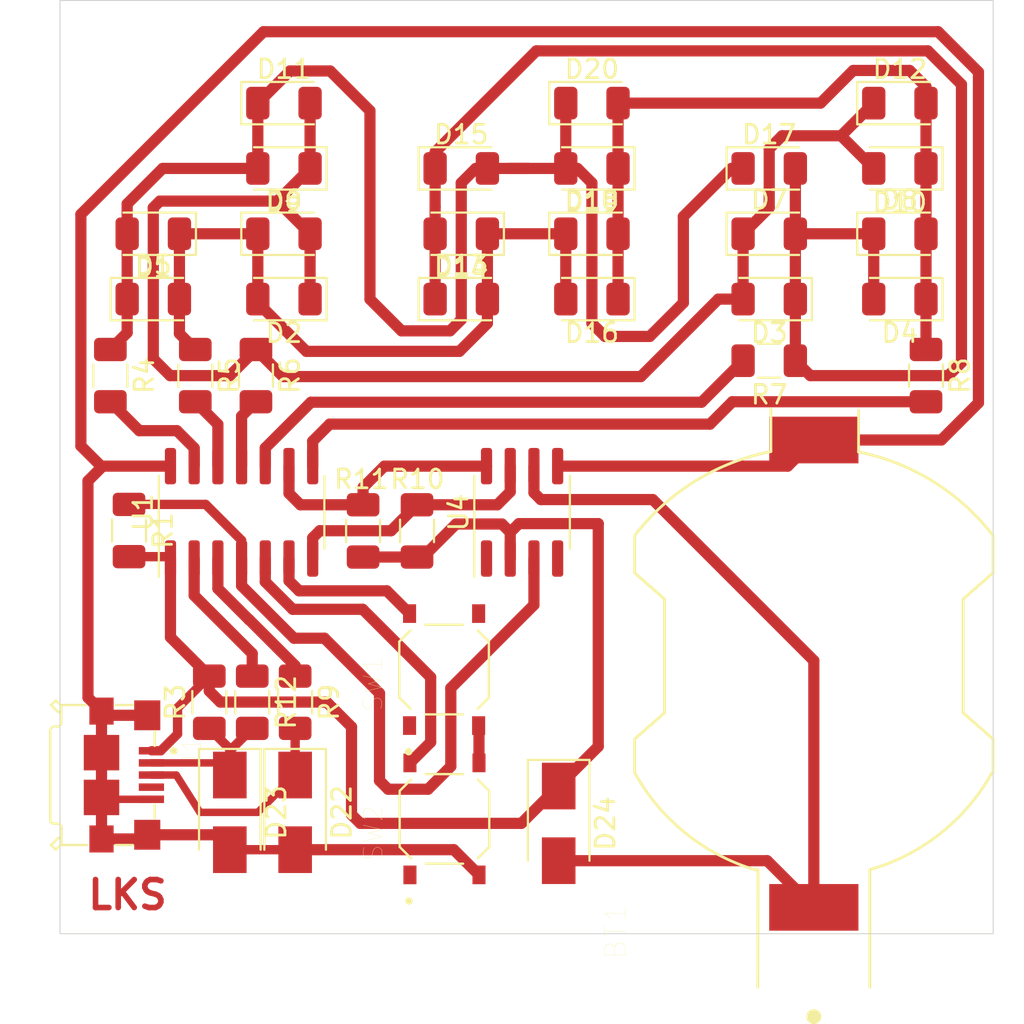
<source format=kicad_pcb>
(kicad_pcb (version 20211014) (generator pcbnew)
  (layers (0 "F.Cu" signal) (31 "B.Cu" signal) (34 "B.Paste" user) (35 "F.Paste" user) (36 "B.SilkS" user "B.Silkscreen") (37 "F.SilkS" user "F.Silkscreen") (38 "B.Mask" user) (39 "F.Mask" user) (44 "Edge.Cuts" user))
  (net 0 "")
  (net 1 "Net-(D1-Pad2)")
  (net 2 "Net-(D1-Pad1)")
  (net 3 "Net-(D10-Pad2)")
  (net 4 "Net-(D13-Pad1)")
  (net 5 "Net-(D10-Pad1)")
  (net 6 "GND")
  (net 7 "VCC")
  (net 8 "/SCK")
  (net 9 "/MOSI")
  (net 10 "/MISO")
  (net 11 "/Reset")
  (net 12 "/P1")
  (net 13 "/P2")
  (net 14 "/P3")
  (net 15 "/P4")
  (net 16 "/VBAT")
  (net 17 "/D-")
  (net 18 "/D+")
  (net 19 "Net-(U4-Pad4)")
  (net 20 "Net-(U4-Pad1)")
  (net 21 "Net-(D22-Pad1)")
  (net 22 "Net-(D23-Pad1)")
  (net 23 "Net-(J1-Pad4)")
  (net 24 "Net-(SW1-Pad1)")
  (net 25 "Net-(SW2-Pad1)")
  (footprint "LED_SMD:LED_1206_3216Metric" (layer "F.Cu") (at 39.5 39.5 180)
    (fp_text reference "D1" (at 0 -1.82) (layer "F.SilkS"))
    (fp_text value "LED")
    (pad "1" smd roundrect locked (at -1.4 0 180) (size 1.25 1.75) (layers "F.Cu" "F.Paste" "F.Mask") (roundrect_rratio 0.2) (net 2 "Net-(D1-Pad1)"))
    (pad "2" smd roundrect locked (at 1.4 0 180) (size 1.25 1.75) (layers "F.Cu" "F.Paste" "F.Mask") (roundrect_rratio 0.2) (net 1 "Net-(D1-Pad2)"))
  )
  (footprint "LED_SMD:LED_1206_3216Metric" (layer "F.Cu") (at 46.5 43 180)
    (fp_text reference "D2" (at 0 -1.82) (layer "F.SilkS"))
    (fp_text value "LED")
    (pad "1" smd roundrect locked (at -1.4 0 180) (size 1.25 1.75) (layers "F.Cu" "F.Paste" "F.Mask") (roundrect_rratio 0.2) (net 3 "Net-(D10-Pad2)"))
    (pad "2" smd roundrect locked (at 1.4 0 180) (size 1.25 1.75) (layers "F.Cu" "F.Paste" "F.Mask") (roundrect_rratio 0.2) (net 2 "Net-(D1-Pad1)"))
  )
  (footprint "LED_SMD:LED_1206_3216Metric" (layer "F.Cu") (at 72.5 43 180)
    (fp_text reference "D3" (at 0 -1.82) (layer "F.SilkS"))
    (fp_text value "LED")
    (pad "1" smd roundrect locked (at -1.4 0 180) (size 1.25 1.75) (layers "F.Cu" "F.Paste" "F.Mask") (roundrect_rratio 0.2) (net 4 "Net-(D13-Pad1)"))
    (pad "2" smd roundrect locked (at 1.4 0 180) (size 1.25 1.75) (layers "F.Cu" "F.Paste" "F.Mask") (roundrect_rratio 0.2) (net 3 "Net-(D10-Pad2)"))
  )
  (footprint "LED_SMD:LED_1206_3216Metric" (layer "F.Cu") (at 79.5 43 180)
    (fp_text reference "D4" (at 0 -1.82) (layer "F.SilkS"))
    (fp_text value "LED")
    (pad "1" smd roundrect locked (at -1.4 0 180) (size 1.25 1.75) (layers "F.Cu" "F.Paste" "F.Mask") (roundrect_rratio 0.2) (net 5 "Net-(D10-Pad1)"))
    (pad "2" smd roundrect locked (at 1.4 0 180) (size 1.25 1.75) (layers "F.Cu" "F.Paste" "F.Mask") (roundrect_rratio 0.2) (net 4 "Net-(D13-Pad1)"))
  )
  (footprint "LED_SMD:LED_1206_3216Metric" (layer "F.Cu") (at 39.5 43)
    (fp_text reference "D5" (at 0 -1.82) (layer "F.SilkS"))
    (fp_text value "LED")
    (pad "1" smd roundrect locked (at -1.4 0) (size 1.25 1.75) (layers "F.Cu" "F.Paste" "F.Mask") (roundrect_rratio 0.2) (net 1 "Net-(D1-Pad2)"))
    (pad "2" smd roundrect locked (at 1.4 0) (size 1.25 1.75) (layers "F.Cu" "F.Paste" "F.Mask") (roundrect_rratio 0.2) (net 2 "Net-(D1-Pad1)"))
  )
  (footprint "LED_SMD:LED_1206_3216Metric" (layer "F.Cu") (at 46.5 39.5)
    (fp_text reference "D6" (at 0 -1.82) (layer "F.SilkS"))
    (fp_text value "LED")
    (pad "1" smd roundrect locked (at -1.4 0) (size 1.25 1.75) (layers "F.Cu" "F.Paste" "F.Mask") (roundrect_rratio 0.2) (net 2 "Net-(D1-Pad1)"))
    (pad "2" smd roundrect locked (at 1.4 0) (size 1.25 1.75) (layers "F.Cu" "F.Paste" "F.Mask") (roundrect_rratio 0.2) (net 3 "Net-(D10-Pad2)"))
  )
  (footprint "LED_SMD:LED_1206_3216Metric" (layer "F.Cu") (at 72.5 39.5)
    (fp_text reference "D7" (at 0 -1.82) (layer "F.SilkS"))
    (fp_text value "LED")
    (pad "1" smd roundrect locked (at -1.4 0) (size 1.25 1.75) (layers "F.Cu" "F.Paste" "F.Mask") (roundrect_rratio 0.2) (net 3 "Net-(D10-Pad2)"))
    (pad "2" smd roundrect locked (at 1.4 0) (size 1.25 1.75) (layers "F.Cu" "F.Paste" "F.Mask") (roundrect_rratio 0.2) (net 4 "Net-(D13-Pad1)"))
  )
  (footprint "LED_SMD:LED_1206_3216Metric" (layer "F.Cu") (at 79.5 39.5)
    (fp_text reference "D8" (at 0 -1.82) (layer "F.SilkS"))
    (fp_text value "LED")
    (pad "1" smd roundrect locked (at -1.4 0) (size 1.25 1.75) (layers "F.Cu" "F.Paste" "F.Mask") (roundrect_rratio 0.2) (net 4 "Net-(D13-Pad1)"))
    (pad "2" smd roundrect locked (at 1.4 0) (size 1.25 1.75) (layers "F.Cu" "F.Paste" "F.Mask") (roundrect_rratio 0.2) (net 5 "Net-(D10-Pad1)"))
  )
  (footprint "LED_SMD:LED_1206_3216Metric" (layer "F.Cu") (at 46.5 36 180)
    (fp_text reference "D9" (at 0 -1.82) (layer "F.SilkS"))
    (fp_text value "LED")
    (pad "1" smd roundrect locked (at -1.4 0 180) (size 1.25 1.75) (layers "F.Cu" "F.Paste" "F.Mask") (roundrect_rratio 0.2) (net 3 "Net-(D10-Pad2)"))
    (pad "2" smd roundrect locked (at 1.4 0 180) (size 1.25 1.75) (layers "F.Cu" "F.Paste" "F.Mask") (roundrect_rratio 0.2) (net 1 "Net-(D1-Pad2)"))
  )
  (footprint "LED_SMD:LED_1206_3216Metric" (layer "F.Cu") (at 79.5 36 180)
    (fp_text reference "D10" (at 0 -1.82) (layer "F.SilkS"))
    (fp_text value "LED")
    (pad "1" smd roundrect locked (at -1.4 0 180) (size 1.25 1.75) (layers "F.Cu" "F.Paste" "F.Mask") (roundrect_rratio 0.2) (net 5 "Net-(D10-Pad1)"))
    (pad "2" smd roundrect locked (at 1.4 0 180) (size 1.25 1.75) (layers "F.Cu" "F.Paste" "F.Mask") (roundrect_rratio 0.2) (net 3 "Net-(D10-Pad2)"))
  )
  (footprint "LED_SMD:LED_1206_3216Metric" (layer "F.Cu") (at 46.5 32.5)
    (fp_text reference "D11" (at 0 -1.82) (layer "F.SilkS"))
    (fp_text value "LED")
    (pad "1" smd roundrect locked (at -1.4 0) (size 1.25 1.75) (layers "F.Cu" "F.Paste" "F.Mask") (roundrect_rratio 0.2) (net 1 "Net-(D1-Pad2)"))
    (pad "2" smd roundrect locked (at 1.4 0) (size 1.25 1.75) (layers "F.Cu" "F.Paste" "F.Mask") (roundrect_rratio 0.2) (net 3 "Net-(D10-Pad2)"))
  )
  (footprint "LED_SMD:LED_1206_3216Metric" (layer "F.Cu") (at 79.5 32.5)
    (fp_text reference "D12" (at 0 -1.82) (layer "F.SilkS"))
    (fp_text value "LED")
    (pad "1" smd roundrect locked (at -1.4 0) (size 1.25 1.75) (layers "F.Cu" "F.Paste" "F.Mask") (roundrect_rratio 0.2) (net 3 "Net-(D10-Pad2)"))
    (pad "2" smd roundrect locked (at 1.4 0) (size 1.25 1.75) (layers "F.Cu" "F.Paste" "F.Mask") (roundrect_rratio 0.2) (net 5 "Net-(D10-Pad1)"))
  )
  (footprint "LED_SMD:LED_1206_3216Metric" (layer "F.Cu") (at 56 43)
    (fp_text reference "D13" (at 0 -1.82) (layer "F.SilkS"))
    (fp_text value "LED")
    (pad "1" smd roundrect locked (at -1.4 0) (size 1.25 1.75) (layers "F.Cu" "F.Paste" "F.Mask") (roundrect_rratio 0.2) (net 4 "Net-(D13-Pad1)"))
    (pad "2" smd roundrect locked (at 1.4 0) (size 1.25 1.75) (layers "F.Cu" "F.Paste" "F.Mask") (roundrect_rratio 0.2) (net 2 "Net-(D1-Pad1)"))
  )
  (footprint "LED_SMD:LED_1206_3216Metric" (layer "F.Cu") (at 56 39.5 180)
    (fp_text reference "D14" (at 0 -1.82) (layer "F.SilkS"))
    (fp_text value "LED")
    (pad "1" smd roundrect locked (at -1.4 0 180) (size 1.25 1.75) (layers "F.Cu" "F.Paste" "F.Mask") (roundrect_rratio 0.2) (net 2 "Net-(D1-Pad1)"))
    (pad "2" smd roundrect locked (at 1.4 0 180) (size 1.25 1.75) (layers "F.Cu" "F.Paste" "F.Mask") (roundrect_rratio 0.2) (net 4 "Net-(D13-Pad1)"))
  )
  (footprint "LED_SMD:LED_1206_3216Metric" (layer "F.Cu") (at 56 36)
    (fp_text reference "D15" (at 0 -1.82) (layer "F.SilkS"))
    (fp_text value "LED")
    (pad "1" smd roundrect locked (at -1.4 0) (size 1.25 1.75) (layers "F.Cu" "F.Paste" "F.Mask") (roundrect_rratio 0.2) (net 4 "Net-(D13-Pad1)"))
    (pad "2" smd roundrect locked (at 1.4 0) (size 1.25 1.75) (layers "F.Cu" "F.Paste" "F.Mask") (roundrect_rratio 0.2) (net 1 "Net-(D1-Pad2)"))
  )
  (footprint "LED_SMD:LED_1206_3216Metric" (layer "F.Cu") (at 63 43 180)
    (fp_text reference "D16" (at 0 -1.82) (layer "F.SilkS"))
    (fp_text value "LED")
    (pad "1" smd roundrect locked (at -1.4 0 180) (size 1.25 1.75) (layers "F.Cu" "F.Paste" "F.Mask") (roundrect_rratio 0.2) (net 5 "Net-(D10-Pad1)"))
    (pad "2" smd roundrect locked (at 1.4 0 180) (size 1.25 1.75) (layers "F.Cu" "F.Paste" "F.Mask") (roundrect_rratio 0.2) (net 2 "Net-(D1-Pad1)"))
  )
  (footprint "LED_SMD:LED_1206_3216Metric" (layer "F.Cu") (at 72.5 36)
    (fp_text reference "D17" (at 0 -1.82) (layer "F.SilkS"))
    (fp_text value "LED")
    (pad "1" smd roundrect locked (at -1.4 0) (size 1.25 1.75) (layers "F.Cu" "F.Paste" "F.Mask") (roundrect_rratio 0.2) (net 1 "Net-(D1-Pad2)"))
    (pad "2" smd roundrect locked (at 1.4 0) (size 1.25 1.75) (layers "F.Cu" "F.Paste" "F.Mask") (roundrect_rratio 0.2) (net 4 "Net-(D13-Pad1)"))
  )
  (footprint "LED_SMD:LED_1206_3216Metric" (layer "F.Cu") (at 63 39.5)
    (fp_text reference "D18" (at 0 -1.82) (layer "F.SilkS"))
    (fp_text value "LED")
    (pad "1" smd roundrect locked (at -1.4 0) (size 1.25 1.75) (layers "F.Cu" "F.Paste" "F.Mask") (roundrect_rratio 0.2) (net 2 "Net-(D1-Pad1)"))
    (pad "2" smd roundrect locked (at 1.4 0) (size 1.25 1.75) (layers "F.Cu" "F.Paste" "F.Mask") (roundrect_rratio 0.2) (net 5 "Net-(D10-Pad1)"))
  )
  (footprint "LED_SMD:LED_1206_3216Metric" (layer "F.Cu") (at 63 36 180)
    (fp_text reference "D19" (at 0 -1.82) (layer "F.SilkS"))
    (fp_text value "LED")
    (pad "1" smd roundrect locked (at -1.4 0 180) (size 1.25 1.75) (layers "F.Cu" "F.Paste" "F.Mask") (roundrect_rratio 0.2) (net 5 "Net-(D10-Pad1)"))
    (pad "2" smd roundrect locked (at 1.4 0 180) (size 1.25 1.75) (layers "F.Cu" "F.Paste" "F.Mask") (roundrect_rratio 0.2) (net 1 "Net-(D1-Pad2)"))
  )
  (footprint "LED_SMD:LED_1206_3216Metric" (layer "F.Cu") (at 63 32.5)
    (fp_text reference "D20" (at 0 -1.82) (layer "F.SilkS"))
    (fp_text value "LED")
    (pad "1" smd roundrect locked (at -1.4 0) (size 1.25 1.75) (layers "F.Cu" "F.Paste" "F.Mask") (roundrect_rratio 0.2) (net 1 "Net-(D1-Pad2)"))
    (pad "2" smd roundrect locked (at 1.4 0) (size 1.25 1.75) (layers "F.Cu" "F.Paste" "F.Mask") (roundrect_rratio 0.2) (net 5 "Net-(D10-Pad1)"))
  )
  (footprint "Resistor_SMD:R_1206_3216Metric" (layer "F.Cu") (at 37.2 47.1 -90)
    (fp_text reference "R4" (at 0 -1.82 90) (layer "F.SilkS"))
    (fp_text value "330")
    (pad "1" smd roundrect locked (at -1.4 0 270) (size 1.25 1.75) (layers "F.Cu" "F.Paste" "F.Mask") (roundrect_rratio 0.2) (net 1 "Net-(D1-Pad2)"))
    (pad "2" smd roundrect locked (at 1.4 0 270) (size 1.25 1.75) (layers "F.Cu" "F.Paste" "F.Mask") (roundrect_rratio 0.2) (net 12 "/P1"))
  )
  (footprint "Resistor_SMD:R_1206_3216Metric" (layer "F.Cu") (at 41.75 47.1 -90)
    (fp_text reference "R5" (at 0 -1.82 90) (layer "F.SilkS"))
    (fp_text value "330")
    (pad "1" smd roundrect locked (at -1.4 0 270) (size 1.25 1.75) (layers "F.Cu" "F.Paste" "F.Mask") (roundrect_rratio 0.2) (net 2 "Net-(D1-Pad1)"))
    (pad "2" smd roundrect locked (at 1.4 0 270) (size 1.25 1.75) (layers "F.Cu" "F.Paste" "F.Mask") (roundrect_rratio 0.2) (net 13 "/P2"))
  )
  (footprint "Resistor_SMD:R_1206_3216Metric" (layer "F.Cu") (at 45 47.1 -90)
    (fp_text reference "R6" (at 0 -1.82 90) (layer "F.SilkS"))
    (fp_text value "330")
    (pad "1" smd roundrect locked (at -1.4 0 270) (size 1.25 1.75) (layers "F.Cu" "F.Paste" "F.Mask") (roundrect_rratio 0.2) (net 3 "Net-(D10-Pad2)"))
    (pad "2" smd roundrect locked (at 1.4 0 270) (size 1.25 1.75) (layers "F.Cu" "F.Paste" "F.Mask") (roundrect_rratio 0.2) (net 14 "/P3"))
  )
  (footprint "Resistor_SMD:R_1206_3216Metric" (layer "F.Cu") (at 72.5 46.3 180)
    (fp_text reference "R7" (at 0 -1.82) (layer "F.SilkS"))
    (fp_text value "330")
    (pad "1" smd roundrect locked (at -1.4 0 180) (size 1.25 1.75) (layers "F.Cu" "F.Paste" "F.Mask") (roundrect_rratio 0.2) (net 4 "Net-(D13-Pad1)"))
    (pad "2" smd roundrect locked (at 1.4 0 180) (size 1.25 1.75) (layers "F.Cu" "F.Paste" "F.Mask") (roundrect_rratio 0.2) (net 15 "/P4"))
  )
  (footprint "Resistor_SMD:R_1206_3216Metric" (layer "F.Cu") (at 80.9 47.1 -90)
    (fp_text reference "R8" (at 0 -1.82 90) (layer "F.SilkS"))
    (fp_text value "330")
    (pad "1" smd roundrect locked (at -1.4 0 270) (size 1.25 1.75) (layers "F.Cu" "F.Paste" "F.Mask") (roundrect_rratio 0.2) (net 5 "Net-(D10-Pad1)"))
    (pad "2" smd roundrect locked (at 1.4 0 270) (size 1.25 1.75) (layers "F.Cu" "F.Paste" "F.Mask") (roundrect_rratio 0.2) (net 10 "/MISO"))
  )
  (footprint "Resistor_SMD:R_1206_3216Metric" (layer "F.Cu") (at 38.2 55.4 -90)
    (fp_text reference "R1" (at 0 -1.82 90) (layer "F.SilkS"))
    (fp_text value "100k")
    (pad "1" smd roundrect locked (at -1.4 0 270) (size 1.25 1.75) (layers "F.Cu" "F.Paste" "F.Mask") (roundrect_rratio 0.2) (net 11 "/Reset"))
    (pad "2" smd roundrect locked (at 1.4 0 270) (size 1.25 1.75) (layers "F.Cu" "F.Paste" "F.Mask") (roundrect_rratio 0.2) (net 7 "VCC"))
  )
  (footprint "Package_SO:SOIC-14_3.9x8.7mm_P1.27mm" (layer "F.Cu") (at 44.23 54.425 90)
    (fp_text reference "U1" (at 0 -5.28 90) (layer "F.SilkS"))
    (fp_text value "ATtiny84-20SSU")
    (pad "1" smd roundrect locked (at -2.475 -3.81 90) (size 1.95 0.6) (layers "F.Cu" "F.Paste" "F.Mask") (net 7 "VCC"))
    (pad "2" smd roundrect locked (at -2.475 -2.54 90) (size 1.95 0.6) (layers "F.Cu" "F.Paste" "F.Mask") (net 17 "/D-"))
    (pad "3" smd roundrect locked (at -2.475 -1.27 90) (size 1.95 0.6) (layers "F.Cu" "F.Paste" "F.Mask") (net 18 "/D+"))
    (pad "4" smd roundrect locked (at -2.475 0 90) (size 1.95 0.6) (layers "F.Cu" "F.Paste" "F.Mask") (net 11 "/Reset"))
    (pad "5" smd roundrect locked (at -2.475 1.27 90) (size 1.95 0.6) (layers "F.Cu" "F.Paste" "F.Mask") (net 25 "Net-(SW2-Pad1)"))
    (pad "6" smd roundrect locked (at -2.475 2.54 90) (size 1.95 0.6) (layers "F.Cu" "F.Paste" "F.Mask") (net 24 "Net-(SW1-Pad1)"))
    (pad "7" smd roundrect locked (at -2.475 3.81 90) (size 1.95 0.6) (layers "F.Cu" "F.Paste" "F.Mask") (net 9 "/MOSI"))
    (pad "8" smd roundrect locked (at 2.475 3.81 90) (size 1.95 0.6) (layers "F.Cu" "F.Paste" "F.Mask") (net 10 "/MISO"))
    (pad "9" smd roundrect locked (at 2.475 2.54 90) (size 1.95 0.6) (layers "F.Cu" "F.Paste" "F.Mask") (net 8 "/SCK"))
    (pad "10" smd roundrect locked (at 2.475 1.27 90) (size 1.95 0.6) (layers "F.Cu" "F.Paste" "F.Mask") (net 15 "/P4"))
    (pad "11" smd roundrect locked (at 2.475 0 90) (size 1.95 0.6) (layers "F.Cu" "F.Paste" "F.Mask") (net 14 "/P3"))
    (pad "12" smd roundrect locked (at 2.475 -1.27 90) (size 1.95 0.6) (layers "F.Cu" "F.Paste" "F.Mask") (net 13 "/P2"))
    (pad "13" smd roundrect locked (at 2.475 -2.54 90) (size 1.95 0.6) (layers "F.Cu" "F.Paste" "F.Mask") (net 12 "/P1"))
    (pad "14" smd roundrect locked (at 2.475 -3.81 90) (size 1.95 0.6) (layers "F.Cu" "F.Paste" "F.Mask") (net 6 "GND"))
  )
  (footprint "Resistor_SMD:R_1206_3216Metric" (layer "F.Cu") (at 53.63 55.42 90)
    (fp_text reference "R10" (at 2.766 0.022 180) (layer "F.SilkS"))
    (fp_text value "4,7k")
    (pad "1" smd roundrect locked (at -1.4 0 90) (size 1.25 1.75) (layers "F.Cu" "F.Paste" "F.Mask") (roundrect_rratio 0.2) (net 7 "VCC"))
    (pad "2" smd roundrect locked (at 1.4 0 90) (size 1.25 1.75) (layers "F.Cu" "F.Paste" "F.Mask") (roundrect_rratio 0.2) (net 9 "/MOSI"))
  )
  (footprint "Resistor_SMD:R_1206_3216Metric" (layer "F.Cu") (at 50.74 55.42 90)
    (fp_text reference "R11" (at 2.766 -0.098 180) (layer "F.SilkS"))
    (fp_text value "4,7k")
    (pad "1" smd roundrect locked (at -1.4 0 90) (size 1.25 1.75) (layers "F.Cu" "F.Paste" "F.Mask") (roundrect_rratio 0.2) (net 7 "VCC"))
    (pad "2" smd roundrect locked (at 1.4 0 90) (size 1.25 1.75) (layers "F.Cu" "F.Paste" "F.Mask") (roundrect_rratio 0.2) (net 8 "/SCK"))
  )
  (footprint "Package_SO:SOIC-8_3.9x4.9mm_P1.27mm" (layer "F.Cu") (at 59.259 54.425 90)
    (fp_text reference "U4" (at 0 -3.4 90) (layer "F.SilkS"))
    (fp_text value "DS3231MZ")
    (pad "1" smd roundrect locked (at -2.475 -1.905 90) (size 1.95 0.6) (layers "F.Cu" "F.Paste" "F.Mask") (net 20 "Net-(U4-Pad1)"))
    (pad "2" smd roundrect locked (at -2.475 -0.635 90) (size 1.95 0.6) (layers "F.Cu" "F.Paste" "F.Mask") (net 7 "VCC"))
    (pad "3" smd roundrect locked (at -2.475 0.635 90) (size 1.95 0.6) (layers "F.Cu" "F.Paste" "F.Mask") (net 11 "/Reset"))
    (pad "4" smd roundrect locked (at -2.475 1.905 90) (size 1.95 0.6) (layers "F.Cu" "F.Paste" "F.Mask") (net 19 "Net-(U4-Pad4)"))
    (pad "5" smd roundrect locked (at 2.475 1.905 90) (size 1.95 0.6) (layers "F.Cu" "F.Paste" "F.Mask") (net 6 "GND"))
    (pad "6" smd roundrect locked (at 2.475 0.635 90) (size 1.95 0.6) (layers "F.Cu" "F.Paste" "F.Mask") (net 16 "/VBAT"))
    (pad "7" smd roundrect locked (at 2.475 -0.635 90) (size 1.95 0.6) (layers "F.Cu" "F.Paste" "F.Mask") (net 9 "/MOSI"))
    (pad "8" smd roundrect locked (at 2.475 -1.905 90) (size 1.95 0.6) (layers "F.Cu" "F.Paste" "F.Mask") (net 8 "/SCK"))
  )
  (footprint "Diode_SMD:D_SMA" (layer "F.Cu") (at 47.1 70.5 -90)
    (fp_text reference "D22" (at 0 -2.5 90) (layer "F.SilkS"))
    (fp_text value "3.6v_Zener")
    (pad "1" smd rect locked (at -2 0 270) (size 2.5 1.8) (layers "F.Cu" "F.Paste" "F.Mask") (net 21 "Net-(D22-Pad1)"))
    (pad "2" smd rect locked (at 2 0 270) (size 2.5 1.8) (layers "F.Cu" "F.Paste" "F.Mask") (net 6 "GND"))
  )
  (footprint "Diode_SMD:D_SMA" (layer "F.Cu") (at 43.6 70.5 -90)
    (fp_text reference "D23" (at 0 -2.5 90) (layer "F.SilkS"))
    (fp_text value "3.6v_Zener")
    (pad "1" smd rect locked (at -2 0 270) (size 2.5 1.8) (layers "F.Cu" "F.Paste" "F.Mask") (net 22 "Net-(D23-Pad1)"))
    (pad "2" smd rect locked (at 2 0 270) (size 2.5 1.8) (layers "F.Cu" "F.Paste" "F.Mask") (net 6 "GND"))
  )
  (footprint "Resistor_SMD:R_1206_3216Metric" (layer "F.Cu") (at 42.5 64.6 90)
    (fp_text reference "R3" (at 0 -1.82 90) (layer "F.SilkS"))
    (fp_text value "1k5")
    (pad "1" smd roundrect locked (at -1.4 0 90) (size 1.25 1.75) (layers "F.Cu" "F.Paste" "F.Mask") (roundrect_rratio 0.2) (net 22 "Net-(D23-Pad1)"))
    (pad "2" smd roundrect locked (at 1.4 0 90) (size 1.25 1.75) (layers "F.Cu" "F.Paste" "F.Mask") (roundrect_rratio 0.2) (net 7 "VCC"))
  )
  (footprint "Resistor_SMD:R_1206_3216Metric" (layer "F.Cu") (at 47.1 64.6 -90)
    (fp_text reference "R9" (at 0 -1.82 90) (layer "F.SilkS"))
    (fp_text value "68")
    (pad "1" smd roundrect locked (at -1.4 0 270) (size 1.25 1.75) (layers "F.Cu" "F.Paste" "F.Mask") (roundrect_rratio 0.2) (net 18 "/D+"))
    (pad "2" smd roundrect locked (at 1.4 0 270) (size 1.25 1.75) (layers "F.Cu" "F.Paste" "F.Mask") (roundrect_rratio 0.2) (net 21 "Net-(D22-Pad1)"))
  )
  (footprint "Resistor_SMD:R_1206_3216Metric" (layer "F.Cu") (at 44.8 64.6 -90)
    (fp_text reference "R12" (at 0 -1.82 90) (layer "F.SilkS"))
    (fp_text value "68")
    (pad "1" smd roundrect locked (at -1.4 0 270) (size 1.25 1.75) (layers "F.Cu" "F.Paste" "F.Mask") (roundrect_rratio 0.2) (net 17 "/D-"))
    (pad "2" smd roundrect locked (at 1.4 0 270) (size 1.25 1.75) (layers "F.Cu" "F.Paste" "F.Mask") (roundrect_rratio 0.2) (net 22 "Net-(D23-Pad1)"))
  )
  (footprint "Librerias:SW_PTS526_SM08_SMTR2_LFS" (layer "F.Cu") (at 55.08 62.85 90)
    (fp_text reference "SW1" (at -0.762 -3.81 90) (layer "F.SilkS") (effects (font (thickness 0.015))))
    (fp_text value "SET")
    (pad "1" smd rect locked (at -3 -1.85 90) (size 1 0.7) (layers "F.Cu" "F.Paste" "F.Mask") (net 24 "Net-(SW1-Pad1)"))
    (pad "1" smd rect locked (at 3 -1.85 90) (size 1 0.7) (layers "F.Cu" "F.Paste" "F.Mask") (net 24 "Net-(SW1-Pad1)"))
    (pad "2" smd rect locked (at -3 1.85 90) (size 1 0.7) (layers "F.Cu" "F.Paste" "F.Mask") (net 6 "GND"))
    (pad "2" smd rect locked (at 3 1.85 90) (size 1 0.7) (layers "F.Cu" "F.Paste" "F.Mask") (net 6 "GND"))
  )
  (footprint "Librerias:SW_PTS526_SM08_SMTR2_LFS" (layer "F.Cu") (at 55.1 70.85 90)
    (fp_text reference "SW2" (at -0.762 -3.81 90) (layer "F.SilkS") (effects (font (thickness 0.015))))
    (fp_text value "SW_Push")
    (pad "1" smd rect locked (at 3 -1.85 90) (size 1 0.7) (layers "F.Cu" "F.Paste" "F.Mask") (net 25 "Net-(SW2-Pad1)"))
    (pad "1" smd rect locked (at -3 -1.85 90) (size 1 0.7) (layers "F.Cu" "F.Paste" "F.Mask") (net 25 "Net-(SW2-Pad1)"))
    (pad "2" smd rect locked (at -3 1.85 90) (size 1 0.7) (layers "F.Cu" "F.Paste" "F.Mask") (net 6 "GND"))
    (pad "2" smd rect locked (at 3 1.85 90) (size 1 0.7) (layers "F.Cu" "F.Paste" "F.Mask") (net 6 "GND"))
  )
  (footprint "Librerias:TE_1981568-1" (layer "F.Cu") (at 36.725 68.5 -90)
    (fp_text reference "J1" (at -1.25587 -4.83341 90) (layer "F.SilkS") (effects (font (size 1.000709 1.000709) (thickness 0.015))))
    (fp_text value "USB_B_Micro")
    (pad "1" smd rect locked (at -1.3 -2.675 270) (size 0.4 1.35) (layers "F.Cu" "F.Paste" "F.Mask") (net 7 "VCC"))
    (pad "2" smd rect locked (at -0.65 -2.675 270) (size 0.4 1.35) (layers "F.Cu" "F.Paste" "F.Mask") (net 22 "Net-(D23-Pad1)"))
    (pad "3" smd rect locked (at 0 -2.675 270) (size 0.4 1.35) (layers "F.Cu" "F.Paste" "F.Mask") (net 21 "Net-(D22-Pad1)"))
    (pad "4" smd rect locked (at 0.65 -2.675 270) (size 0.4 1.35) (layers "F.Cu" "F.Paste" "F.Mask") (net 23 "Net-(J1-Pad4)"))
    (pad "5" smd rect locked (at 1.3 -2.675 270) (size 0.4 1.35) (layers "F.Cu" "F.Paste" "F.Mask") (net 6 "GND"))
    (pad "6" smd rect locked (at -3.2 -2.45 270) (size 1.6 1.4) (layers "F.Cu" "F.Paste" "F.Mask") (net 6 "GND"))
    (pad "7" smd rect locked (at 3.2 -2.45 270) (size 1.6 1.4) (layers "F.Cu" "F.Paste" "F.Mask") (net 6 "GND"))
    (pad "8" smd rect locked (at 3.425 0 270) (size 1.45 1.3) (layers "F.Cu" "F.Paste" "F.Mask") (net 6 "GND"))
    (pad "9" smd rect locked (at -3.425 0 270) (size 1.45 1.3) (layers "F.Cu" "F.Paste" "F.Mask") (net 6 "GND"))
    (pad "10" smd rect locked (at -1.2 0 270) (size 1.9 1.9) (layers "F.Cu" "F.Paste" "F.Mask") (net 6 "GND"))
    (pad "11" smd rect locked (at 1.2 0 270) (size 1.9 1.9) (layers "F.Cu" "F.Paste" "F.Mask") (net 6 "GND"))
  )
  (footprint "Librerias:TE_796136-1" (layer "F.Cu") (at 74.89 63.07 90)
    (fp_text reference "BT1" (at -13.819 -10.6112 90) (layer "F.SilkS") (effects (font (size 1.12 1.12) (thickness 0.015))))
    (fp_text value "Battery_Cell")
    (pad "1" smd rect locked (at -12.52 0 90) (size 2.5 4.78) (layers "F.Cu" "F.Paste" "F.Mask") (net 16 "/VBAT"))
    (pad "2" smd rect locked (at 12.52 0 90) (size 2.5 4.78) (layers "F.Cu" "F.Paste" "F.Mask") (net 6 "GND"))
  )
  (footprint "Diode_SMD:D_SMA" (layer "F.Cu") (at 61.22 71.09 -90)
    (fp_text reference "D24" (at 0 -2.5 90) (layer "F.SilkS"))
    (fp_text value "SD103AWS")
    (pad "1" smd rect locked (at -2 0 270) (size 2.5 1.8) (layers "F.Cu" "F.Paste" "F.Mask") (net 7 "VCC"))
    (pad "2" smd rect locked (at 2 0 270) (size 2.5 1.8) (layers "F.Cu" "F.Paste" "F.Mask") (net 16 "/VBAT"))
  )
  (gr_line (start 84.5 77) (end 34.5 77) (layer "Edge.Cuts") (width 0.05))
  (gr_line (start 84.5 27) (end 84.5 77) (layer "Edge.Cuts") (width 0.05))
  (gr_line (start 34.5 77) (end 34.5 27) (layer "Edge.Cuts") (width 0.05))
  (gr_line (start 34.5 27) (end 84.5 27) (layer "Edge.Cuts") (width 0.05))
  (gr_text "LKS" (at 38.12 74.92) (layer "F.Cu") (effects (font (size 1.5 1.5) (thickness 0.3))))
  (segment (start 46.822 30.778) (end 45.1 32.5) (width 0.6) (layer "F.Cu") (net 1))
  (segment (start 38.1 43) (end 38.1 44.8) (width 0.6) (layer "F.Cu") (net 1))
  (segment (start 57.4 36) (end 59.575 36) (width 0.6) (layer "F.Cu") (net 1))
  (segment (start 57.4 36) (end 56.775 36) (width 0.6) (layer "F.Cu") (net 1))
  (segment (start 45.1 36) (end 45.1 32.5) (width 0.6) (layer "F.Cu") (net 1))
  (segment (start 63.7 45) (end 66.1 45) (width 0.6) (layer "F.Cu") (net 1))
  (segment (start 58.5264 36) (end 59.575 36) (width 0.6) (layer "F.Cu") (net 1))
  (segment (start 61.6 36) (end 61.6 32.5) (width 0.6) (layer "F.Cu") (net 1))
  (segment (start 62.225 36) (end 63 36.775) (width 0.6) (layer "F.Cu") (net 1))
  (segment (start 56 44.1) (end 55.4 44.7) (width 0.6) (layer "F.Cu") (net 1))
  (segment (start 67.9 43.2) (end 67.9 38.575) (width 0.6) (layer "F.Cu") (net 1))
  (segment (start 70.475 36) (end 71.1 36) (width 0.6) (layer "F.Cu") (net 1))
  (segment (start 40 36) (end 45.1 36) (width 0.6) (layer "F.Cu") (net 1))
  (segment (start 66.1 45) (end 67.9 43.2) (width 0.6) (layer "F.Cu") (net 1))
  (segment (start 56 36.775) (end 56 44.1) (width 0.6) (layer "F.Cu") (net 1))
  (segment (start 61.6 36) (end 62.225 36) (width 0.6) (layer "F.Cu") (net 1))
  (segment (start 48.978 30.778) (end 46.822 30.778) (width 0.6) (layer "F.Cu") (net 1))
  (segment (start 63 44.3) (end 63.7 45) (width 0.6) (layer "F.Cu") (net 1))
  (segment (start 67.9 38.575) (end 70.475 36) (width 0.6) (layer "F.Cu") (net 1))
  (segment (start 55.4 44.7) (end 52.8 44.7) (width 0.6) (layer "F.Cu") (net 1))
  (segment (start 51.108 43.008) (end 51.108 32.908) (width 0.6) (layer "F.Cu") (net 1))
  (segment (start 59.575 36) (end 61.6 36) (width 0.6) (layer "F.Cu") (net 1))
  (segment (start 38.1 44.8) (end 37.2 45.7) (width 0.6) (layer "F.Cu") (net 1))
  (segment (start 38.1 37.9) (end 40 36) (width 0.6) (layer "F.Cu") (net 1))
  (segment (start 51.108 32.908) (end 48.978 30.778) (width 0.6) (layer "F.Cu") (net 1))
  (segment (start 52.8 44.7) (end 51.108 43.008) (width 0.6) (layer "F.Cu") (net 1))
  (segment (start 63 36.775) (end 63 44.3) (width 0.6) (layer "F.Cu") (net 1))
  (segment (start 38.1 39.5) (end 38.1 37.9) (width 0.6) (layer "F.Cu") (net 1))
  (segment (start 56.775 36) (end 56 36.775) (width 0.6) (layer "F.Cu") (net 1))
  (segment (start 38.1 43) (end 38.1 39.5) (width 0.6) (layer "F.Cu") (net 1))
  (segment (start 40.9 43) (end 40.9 44.85) (width 0.6) (layer "F.Cu") (net 2))
  (segment (start 45.1 43.2) (end 47.7 45.8) (width 0.6) (layer "F.Cu") (net 2))
  (segment (start 61.6 39.5) (end 61.6 43) (width 0.6) (layer "F.Cu") (net 2))
  (segment (start 57.4 39.5) (end 61.6 39.5) (width 0.6) (layer "F.Cu") (net 2))
  (segment (start 45.1 39.5) (end 40.9 39.5) (width 0.6) (layer "F.Cu") (net 2))
  (segment (start 45.1 39.5) (end 45.1 43) (width 0.6) (layer "F.Cu") (net 2))
  (segment (start 40.9 43) (end 40.9 39.5) (width 0.6) (layer "F.Cu") (net 2))
  (segment (start 47.7 45.8) (end 55.9 45.8) (width 0.6) (layer "F.Cu") (net 2))
  (segment (start 57.4 44.3) (end 57.4 43) (width 0.6) (layer "F.Cu") (net 2))
  (segment (start 45.1 43) (end 45.1 43.2) (width 0.6) (layer "F.Cu") (net 2))
  (segment (start 55.9 45.8) (end 57.4 44.3) (width 0.6) (layer "F.Cu") (net 2))
  (segment (start 57.4 43) (end 57.4 39.5) (width 0.6) (layer "F.Cu") (net 2))
  (segment (start 40.9 44.85) (end 41.75 45.7) (width 0.6) (layer "F.Cu") (net 2))
  (segment (start 40.4 47.1) (end 43.6 47.1) (width 0.6) (layer "F.Cu") (net 3))
  (segment (start 71.1 39.5) (end 71.1 43) (width 0.6) (layer "F.Cu") (net 3))
  (segment (start 46.45 47.15) (end 45 45.7) (width 0.6) (layer "F.Cu") (net 3))
  (segment (start 69.775 43) (end 65.625 47.15) (width 0.6) (layer "F.Cu") (net 3))
  (segment (start 71.1 43) (end 69.775 43) (width 0.6) (layer "F.Cu") (net 3))
  (segment (start 72.5 38.1) (end 71.1 39.5) (width 0.6) (layer "F.Cu") (net 3))
  (segment (start 46.15 37.75) (end 39.85 37.75) (width 0.6) (layer "F.Cu") (net 3))
  (segment (start 47.9 32.5) (end 47.9 36) (width 0.6) (layer "F.Cu") (net 3))
  (segment (start 46.15 37.75) (end 47.9 39.5) (width 0.6) (layer "F.Cu") (net 3))
  (segment (start 78.1 36) (end 76.35 34.25) (width 0.6) (layer "F.Cu") (net 3))
  (segment (start 47.9 39.5) (end 47.9 43) (width 0.6) (layer "F.Cu") (net 3))
  (segment (start 43.6 47.1) (end 45 45.7) (width 0.6) (layer "F.Cu") (net 3))
  (segment (start 76.35 34.25) (end 78.1 32.5) (width 0.6) (layer "F.Cu") (net 3))
  (segment (start 73.192 34.25) (end 72.5 34.942) (width 0.6) (layer "F.Cu") (net 3))
  (segment (start 76.35 34.25) (end 73.192 34.25) (width 0.6) (layer "F.Cu") (net 3))
  (segment (start 39.5 46.2) (end 40.4 47.1) (width 0.6) (layer "F.Cu") (net 3))
  (segment (start 39.85 37.75) (end 39.5 38.1) (width 0.6) (layer "F.Cu") (net 3))
  (segment (start 46.15 37.75) (end 47.9 36) (width 0.6) (layer "F.Cu") (net 3))
  (segment (start 72.5 34.942) (end 72.5 38.1) (width 0.6) (layer "F.Cu") (net 3))
  (segment (start 39.5 38.1) (end 39.5 46.2) (width 0.6) (layer "F.Cu") (net 3))
  (segment (start 65.625 47.15) (end 46.45 47.15) (width 0.6) (layer "F.Cu") (net 3))
  (segment (start 73.9 43) (end 73.9 46.3) (width 0.6) (layer "F.Cu") (net 4))
  (segment (start 82.1 47.1) (end 82.8 46.4) (width 0.6) (layer "F.Cu") (net 4))
  (segment (start 60.025 29.7) (end 54.6 35.125) (width 0.6) (layer "F.Cu") (net 4))
  (segment (start 74.7 47.1) (end 73.9 46.3) (width 0.6) (layer "F.Cu") (net 4))
  (segment (start 54.6 35.125) (end 54.6 36) (width 0.6) (layer "F.Cu") (net 4))
  (segment (start 54.6 43) (end 54.6 39.5) (width 0.6) (layer "F.Cu") (net 4))
  (segment (start 82.8 31.5) (end 81 29.7) (width 0.6) (layer "F.Cu") (net 4))
  (segment (start 81 29.7) (end 60.025 29.7) (width 0.6) (layer "F.Cu") (net 4))
  (segment (start 78.1 43) (end 78.1 39.5) (width 0.6) (layer "F.Cu") (net 4))
  (segment (start 73.9 43) (end 73.9 39.5) (width 0.6) (layer "F.Cu") (net 4))
  (segment (start 73.9 36) (end 73.9 39.5) (width 0.6) (layer "F.Cu") (net 4))
  (segment (start 78.1 39.5) (end 73.9 39.5) (width 0.6) (layer "F.Cu") (net 4))
  (segment (start 54.6 38.0631) (end 54.6 39.5) (width 0.6) (layer "F.Cu") (net 4))
  (segment (start 82.1 47.1) (end 74.7 47.1) (width 0.6) (layer "F.Cu") (net 4))
  (segment (start 54.6 38.0631) (end 54.6 36) (width 0.6) (layer "F.Cu") (net 4))
  (segment (start 82.8 46.4) (end 82.8 31.5) (width 0.6) (layer "F.Cu") (net 4))
  (segment (start 77 30.75) (end 80.025 30.75) (width 0.6) (layer "F.Cu") (net 5))
  (segment (start 80.025 30.75) (end 80.9 31.625) (width 0.6) (layer "F.Cu") (net 5))
  (segment (start 80.9 36) (end 80.9 39.5) (width 0.6) (layer "F.Cu") (net 5))
  (segment (start 80.9 36) (end 80.9 32.5) (width 0.6) (layer "F.Cu") (net 5))
  (segment (start 80.9 31.625) (end 80.9 32.5) (width 0.6) (layer "F.Cu") (net 5))
  (segment (start 64.4 32.5) (end 75.25 32.5) (width 0.6) (layer "F.Cu") (net 5))
  (segment (start 75.25 32.5) (end 77 30.75) (width 0.6) (layer "F.Cu") (net 5))
  (segment (start 64.4 43) (end 64.4 39.5) (width 0.6) (layer "F.Cu") (net 5))
  (segment (start 64.4 36) (end 64.4 39.5) (width 0.6) (layer "F.Cu") (net 5))
  (segment (start 80.9 43) (end 80.9 45.1) (width 0.6) (layer "F.Cu") (net 5))
  (segment (start 64.4 32.5) (end 64.4 36) (width 0.6) (layer "F.Cu") (net 5))
  (segment (start 80.9 43) (end 80.9 39.5) (width 0.6) (layer "F.Cu") (net 5))
  (segment (start 36 52.74) (end 36.79 51.95) (width 0.6) (layer "F.Cu") (net 6))
  (segment (start 47.1 72.5) (end 47.1 72.35) (width 0.5) (layer "F.Cu") (net 6))
  (segment (start 35.62 50.87) (end 35.62 38.46) (width 0.6) (layer "F.Cu") (net 6))
  (segment (start 73.49 51.95) (end 74.89 50.55) (width 0.6) (layer "F.Cu") (net 6))
  (segment (start 81.55 28.675) (end 83.71 30.835) (width 0.6) (layer "F.Cu") (net 6))
  (segment (start 36.95 65.3) (end 36.725 65.075) (width 0.6) (layer "F.Cu") (net 6))
  (segment (start 39.175 71.7) (end 42.8 71.7) (width 0.6) (layer "F.Cu") (net 6))
  (segment (start 43.6 72.5) (end 47.1 72.5) (width 0.5) (layer "F.Cu") (net 6))
  (segment (start 61.164 51.95) (end 73.49 51.95) (width 0.6) (layer "F.Cu") (net 6))
  (segment (start 36.725 65.075) (end 36 64.35) (width 0.6) (layer "F.Cu") (net 6))
  (segment (start 45.405 28.675) (end 81.55 28.675) (width 0.6) (layer "F.Cu") (net 6))
  (segment (start 36.7 51.95) (end 35.62 50.87) (width 0.6) (layer "F.Cu") (net 6))
  (segment (start 56.95 67.85) (end 56.95 65.87) (width 0.6) (layer "F.Cu") (net 6))
  (segment (start 39.4 69.8) (end 36.825 69.8) (width 0.4) (layer "F.Cu") (net 6))
  (segment (start 36.725 65.075) (end 36.725 71.925) (width 0.6) (layer "F.Cu") (net 6))
  (segment (start 56.95 65.87) (end 56.93 65.85) (width 0.6) (layer "F.Cu") (net 6))
  (segment (start 56.93 73.83) (end 56.95 73.85) (width 0.6) (layer "F.Cu") (net 6))
  (segment (start 42.8 71.7) (end 43.6 72.5) (width 0.6) (layer "F.Cu") (net 6))
  (segment (start 42.795 71.695) (end 43.6 72.5) (width 0.4) (layer "F.Cu") (net 6))
  (segment (start 36 64.35) (end 36 52.74) (width 0.6) (layer "F.Cu") (net 6))
  (segment (start 36.79 51.95) (end 40.42 51.95) (width 0.6) (layer "F.Cu") (net 6))
  (segment (start 36.79 51.95) (end 36.7 51.95) (width 0.6) (layer "F.Cu") (net 6))
  (segment (start 81.72 50.55) (end 74.89 50.55) (width 0.6) (layer "F.Cu") (net 6))
  (segment (start 36.725 71.925) (end 38.95 71.925) (width 0.6) (layer "F.Cu") (net 6))
  (segment (start 47.1 72.5) (end 55.6 72.5) (width 0.6) (layer "F.Cu") (net 6))
  (segment (start 55.6 72.5) (end 56.95 73.85) (width 0.6) (layer "F.Cu") (net 6))
  (segment (start 39.175 65.3) (end 36.95 65.3) (width 0.6) (layer "F.Cu") (net 6))
  (segment (start 83.71 48.56) (end 81.72 50.55) (width 0.6) (layer "F.Cu") (net 6))
  (segment (start 83.71 30.835) (end 83.71 48.56) (width 0.6) (layer "F.Cu") (net 6))
  (segment (start 35.62 38.46) (end 45.405 28.675) (width 0.6) (layer "F.Cu") (net 6))
  (segment (start 36.825 69.8) (end 36.725 69.7) (width 0.4) (layer "F.Cu") (net 6))
  (segment (start 39.9 67.2) (end 40.8 66.3) (width 0.5) (layer "F.Cu") (net 7))
  (segment (start 55.72 55.05) (end 58.18 55.05) (width 0.6) (layer "F.Cu") (net 7))
  (segment (start 59.22 71.09) (end 61.22 69.09) (width 0.6) (layer "F.Cu") (net 7))
  (segment (start 42.5 64) (end 43.09 64.59) (width 0.6) (layer "F.Cu") (net 7))
  (segment (start 59.088 55.03) (end 63.34 55.03) (width 0.6) (layer "F.Cu") (net 7))
  (segment (start 63.34 55.03) (end 63.34 66.97) (width 0.6) (layer "F.Cu") (net 7))
  (segment (start 50.12 70.62) (end 50.59 71.09) (width 0.6) (layer "F.Cu") (net 7))
  (segment (start 40.8 66.3) (end 40.8 64.9) (width 0.5) (layer "F.Cu") (net 7))
  (segment (start 58.18 55.05) (end 58.624 55.494) (width 0.6) (layer "F.Cu") (net 7))
  (segment (start 53.63 56.82) (end 53.95 56.82) (width 0.6) (layer "F.Cu") (net 7))
  (segment (start 48.79 64.59) (end 50.12 65.92) (width 0.6) (layer "F.Cu") (net 7))
  (segment (start 40.32 56.8) (end 40.42 56.9) (width 0.5) (layer "F.Cu") (net 7))
  (segment (start 50.12 65.92) (end 50.12 70.62) (width 0.6) (layer "F.Cu") (net 7))
  (segment (start 38.2 56.8) (end 40.32 56.8) (width 0.5) (layer "F.Cu") (net 7))
  (segment (start 40.42 56.9) (end 40.42 61.12) (width 0.6) (layer "F.Cu") (net 7))
  (segment (start 40.42 61.12) (end 42.5 63.2) (width 0.6) (layer "F.Cu") (net 7))
  (segment (start 58.624 55.494) (end 59.088 55.03) (width 0.6) (layer "F.Cu") (net 7))
  (segment (start 40.8 64.9) (end 42.5 63.2) (width 0.5) (layer "F.Cu") (net 7))
  (segment (start 53.95 56.82) (end 55.72 55.05) (width 0.6) (layer "F.Cu") (net 7))
  (segment (start 43.09 64.59) (end 48.79 64.59) (width 0.6) (layer "F.Cu") (net 7))
  (segment (start 63.34 66.97) (end 61.22 69.09) (width 0.6) (layer "F.Cu") (net 7))
  (segment (start 50.59 71.09) (end 59.22 71.09) (width 0.6) (layer "F.Cu") (net 7))
  (segment (start 50.74 56.82) (end 53.63 56.82) (width 0.6) (layer "F.Cu") (net 7))
  (segment (start 42.5 63.2) (end 42.5 64) (width 0.6) (layer "F.Cu") (net 7))
  (segment (start 39.4 67.2) (end 39.9 67.2) (width 0.5) (layer "F.Cu") (net 7))
  (segment (start 58.624 55.494) (end 58.624 56.9) (width 0.6) (layer "F.Cu") (net 7))
  (segment (start 50.74 54.02) (end 50.74 53.09) (width 0.6) (layer "F.Cu") (net 8))
  (segment (start 46.77 51.95) (end 46.77 53.41) (width 0.6) (layer "F.Cu") (net 8))
  (segment (start 51.88 51.95) (end 57.354 51.95) (width 0.6) (layer "F.Cu") (net 8))
  (segment (start 50.74 53.09) (end 51.88 51.95) (width 0.6) (layer "F.Cu") (net 8))
  (segment (start 46.77 53.41) (end 47.38 54.02) (width 0.6) (layer "F.Cu") (net 8))
  (segment (start 47.38 54.02) (end 50.74 54.02) (width 0.6) (layer "F.Cu") (net 8))
  (segment (start 57.93 54.02) (end 58.624 53.326) (width 0.6) (layer "F.Cu") (net 9))
  (segment (start 53.63 54.02) (end 57.93 54.02) (width 0.6) (layer "F.Cu") (net 9))
  (segment (start 48.04 55.79) (end 48.42 55.41) (width 0.6) (layer "F.Cu") (net 9))
  (segment (start 48.42 55.41) (end 52.24 55.41) (width 0.6) (layer "F.Cu") (net 9))
  (segment (start 52.24 55.41) (end 53.63 54.02) (width 0.6) (layer "F.Cu") (net 9))
  (segment (start 58.624 53.326) (end 58.624 51.95) (width 0.6) (layer "F.Cu") (net 9))
  (segment (start 48.04 56.9) (end 48.04 55.79) (width 0.6) (layer "F.Cu") (net 9))
  (segment (start 48.04 51.95) (end 48.04 50.61) (width 0.6) (layer "F.Cu") (net 10))
  (segment (start 48.04 50.61) (end 48.95 49.7) (width 0.6) (layer "F.Cu") (net 10))
  (segment (start 69.325 49.7) (end 70.525 48.5) (width 0.6) (layer "F.Cu") (net 10))
  (segment (start 70.525 48.5) (end 80.9 48.5) (width 0.6) (layer "F.Cu") (net 10))
  (segment (start 48.95 49.7) (end 69.325 49.7) (width 0.6) (layer "F.Cu") (net 10))
  (segment (start 42.305 54) (end 44.23 55.925) (width 0.5) (layer "F.Cu") (net 11))
  (segment (start 54.22 69.26) (end 55.44 68.04) (width 0.6) (layer "F.Cu") (net 11))
  (segment (start 55.44 68.04) (end 55.44 63.84) (width 0.6) (layer "F.Cu") (net 11))
  (segment (start 48.67 61.17) (end 51.62 64.12) (width 0.6) (layer "F.Cu") (net 11))
  (segment (start 52.08 69.26) (end 54.22 69.26) (width 0.6) (layer "F.Cu") (net 11))
  (segment (start 51.62 68.8) (end 52.08 69.26) (width 0.6) (layer "F.Cu") (net 11))
  (segment (start 59.894 59.386) (end 59.894 56.9) (width 0.6) (layer "F.Cu") (net 11))
  (segment (start 38.2 54) (end 42.305 54) (width 0.5) (layer "F.Cu") (net 11))
  (segment (start 44.23 55.925) (end 44.23 56.9) (width 0.5) (layer "F.Cu") (net 11))
  (segment (start 51.62 64.12) (end 51.62 68.8) (width 0.6) (layer "F.Cu") (net 11))
  (segment (start 44.23 56.9) (end 44.23 58.36) (width 0.6) (layer "F.Cu") (net 11))
  (segment (start 44.23 58.36) (end 47.04 61.17) (width 0.6) (layer "F.Cu") (net 11))
  (segment (start 55.44 63.84) (end 59.894 59.386) (width 0.6) (layer "F.Cu") (net 11))
  (segment (start 47.04 61.17) (end 48.67 61.17) (width 0.6) (layer "F.Cu") (net 11))
  (segment (start 38.75 50.05) (end 37.2 48.5) (width 0.6) (layer "F.Cu") (net 12))
  (segment (start 41.69 51.95) (end 41.69 50.975) (width 0.6) (layer "F.Cu") (net 12))
  (segment (start 41.69 50.975) (end 40.765 50.05) (width 0.6) (layer "F.Cu") (net 12))
  (segment (start 40.765 50.05) (end 38.75 50.05) (width 0.6) (layer "F.Cu") (net 12))
  (segment (start 42.96 51.95) (end 42.96 49.71) (width 0.6) (layer "F.Cu") (net 13))
  (segment (start 42.96 49.71) (end 41.75 48.5) (width 0.6) (layer "F.Cu") (net 13))
  (segment (start 44.23 49.27) (end 45 48.5) (width 0.6) (layer "F.Cu") (net 14))
  (segment (start 44.23 51.95) (end 44.23 49.27) (width 0.6) (layer "F.Cu") (net 14))
  (segment (start 47.95 48.525) (end 68.875 48.525) (width 0.6) (layer "F.Cu") (net 15))
  (segment (start 45.5 50.975) (end 47.95 48.525) (width 0.6) (layer "F.Cu") (net 15))
  (segment (start 45.5 51.95) (end 45.5 50.975) (width 0.6) (layer "F.Cu") (net 15))
  (segment (start 68.875 48.525) (end 71.1 46.3) (width 0.6) (layer "F.Cu") (net 15))
  (segment (start 61.22 73.09) (end 72.39 73.09) (width 0.6) (layer "F.Cu") (net 16))
  (segment (start 74.89 75.59) (end 74.89 62.37) (width 0.6) (layer "F.Cu") (net 16))
  (segment (start 74.89 62.37) (end 66.26 53.74) (width 0.6) (layer "F.Cu") (net 16))
  (segment (start 72.39 73.09) (end 74.89 75.59) (width 0.6) (layer "F.Cu") (net 16))
  (segment (start 66.26 53.74) (end 60.26 53.74) (width 0.6) (layer "F.Cu") (net 16))
  (segment (start 59.894 51.95) (end 59.894 53.374) (width 0.6) (layer "F.Cu") (net 16))
  (segment (start 60.26 53.74) (end 59.894 53.374) (width 0.6) (layer "F.Cu") (net 16))
  (segment (start 41.69 56.9) (end 41.69 58.88) (width 0.6) (layer "F.Cu") (net 17))
  (segment (start 44.8 61.99) (end 44.8 63.2) (width 0.6) (layer "F.Cu") (net 17))
  (segment (start 41.7 56.91) (end 41.69 56.9) (width 0.5) (layer "F.Cu") (net 17))
  (segment (start 41.69 58.88) (end 44.8 61.99) (width 0.6) (layer "F.Cu") (net 17))
  (segment (start 42.96 58.51) (end 44.63 60.18) (width 0.6) (layer "F.Cu") (net 18))
  (segment (start 42.96 56.9) (end 42.96 58.51) (width 0.6) (layer "F.Cu") (net 18))
  (segment (start 47.1 62.64) (end 47.1 63.2) (width 0.6) (layer "F.Cu") (net 18))
  (segment (start 44.63 60.18) (end 44.64 60.18) (width 0.6) (layer "F.Cu") (net 18))
  (segment (start 44.64 60.18) (end 47.1 62.64) (width 0.6) (layer "F.Cu") (net 18))
  (segment (start 45.1 70.5) (end 47.1 68.5) (width 0.4) (layer "F.Cu") (net 21))
  (segment (start 42 70.5) (end 45.1 70.5) (width 0.4) (layer "F.Cu") (net 21))
  (segment (start 40.729998 68.5) (end 42 70.5) (width 0.4) (layer "F.Cu") (net 21))
  (segment (start 47.1 68.5) (end 47.1 66) (width 0.5) (layer "F.Cu") (net 21))
  (segment (start 39.4 68.5) (end 40.729998 68.5) (width 0.4) (layer "F.Cu") (net 21))
  (segment (start 43.6 68.5) (end 43.6 67.1) (width 0.5) (layer "F.Cu") (net 22))
  (segment (start 42.945 67.845) (end 43.6 68.5) (width 0.4) (layer "F.Cu") (net 22))
  (segment (start 43.7 67.1) (end 44.8 66) (width 0.5) (layer "F.Cu") (net 22))
  (segment (start 42.95 67.85) (end 43.6 68.5) (width 0.4) (layer "F.Cu") (net 22))
  (segment (start 43.6 67.1) (end 42.5 66) (width 0.5) (layer "F.Cu") (net 22))
  (segment (start 43.6 67.1) (end 43.7 67.1) (width 0.5) (layer "F.Cu") (net 22))
  (segment (start 39.4 67.85) (end 42.95 67.85) (width 0.4) (layer "F.Cu") (net 22))
  (segment (start 46.77 58.09) (end 47.31 58.63) (width 0.6) (layer "F.Cu") (net 24))
  (segment (start 46.77 56.9) (end 46.77 57.5725) (width 0.6) (layer "F.Cu") (net 24))
  (segment (start 47.31 58.63) (end 52.01 58.63) (width 0.6) (layer "F.Cu") (net 24))
  (segment (start 46.77 56.9) (end 46.77 58.09) (width 0.6) (layer "F.Cu") (net 24))
  (segment (start 52.01 58.63) (end 53.23 59.85) (width 0.6) (layer "F.Cu") (net 24))
  (segment (start 54.36 63.26) (end 54.36 66.74) (width 0.6) (layer "F.Cu") (net 25))
  (segment (start 45.5 56.9) (end 45.5 58.15) (width 0.6) (layer "F.Cu") (net 25))
  (segment locked (start 46.97 59.62) (end 50.72 59.62) (width 0.6) (layer "F.Cu") (net 25))
  (segment (start 45.5 58.15) (end 46.97 59.62) (width 0.6) (layer "F.Cu") (net 25))
  (segment (start 50.72 59.62) (end 54.36 63.26) (width 0.6) (layer "F.Cu") (net 25))
  (segment (start 54.36 66.74) (end 53.25 67.85) (width 0.6) (layer "F.Cu") (net 25))
)
</source>
